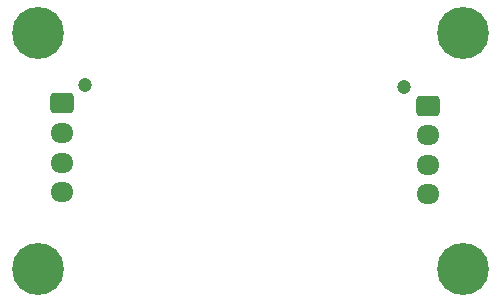
<source format=gbs>
%TF.GenerationSoftware,KiCad,Pcbnew,8.0.2*%
%TF.CreationDate,2024-12-26T16:21:06-05:00*%
%TF.ProjectId,Temp and Humidity Sensor,54656d70-2061-46e6-9420-48756d696469,rev?*%
%TF.SameCoordinates,Original*%
%TF.FileFunction,Soldermask,Bot*%
%TF.FilePolarity,Negative*%
%FSLAX46Y46*%
G04 Gerber Fmt 4.6, Leading zero omitted, Abs format (unit mm)*
G04 Created by KiCad (PCBNEW 8.0.2) date 2024-12-26 16:21:06*
%MOMM*%
%LPD*%
G01*
G04 APERTURE LIST*
G04 Aperture macros list*
%AMRoundRect*
0 Rectangle with rounded corners*
0 $1 Rounding radius*
0 $2 $3 $4 $5 $6 $7 $8 $9 X,Y pos of 4 corners*
0 Add a 4 corners polygon primitive as box body*
4,1,4,$2,$3,$4,$5,$6,$7,$8,$9,$2,$3,0*
0 Add four circle primitives for the rounded corners*
1,1,$1+$1,$2,$3*
1,1,$1+$1,$4,$5*
1,1,$1+$1,$6,$7*
1,1,$1+$1,$8,$9*
0 Add four rect primitives between the rounded corners*
20,1,$1+$1,$2,$3,$4,$5,0*
20,1,$1+$1,$4,$5,$6,$7,0*
20,1,$1+$1,$6,$7,$8,$9,0*
20,1,$1+$1,$8,$9,$2,$3,0*%
G04 Aperture macros list end*
%ADD10C,4.400000*%
%ADD11C,1.200000*%
%ADD12RoundRect,0.250000X-0.725000X0.600000X-0.725000X-0.600000X0.725000X-0.600000X0.725000X0.600000X0*%
%ADD13O,1.950000X1.700000*%
G04 APERTURE END LIST*
D10*
%TO.C,H1*%
X145000000Y-60000000D03*
%TD*%
%TO.C,H3*%
X109000000Y-40000000D03*
%TD*%
%TO.C,H4*%
X109000000Y-60000000D03*
%TD*%
D11*
%TO.C,J2*%
X140000000Y-44575000D03*
D12*
X142000000Y-46175000D03*
D13*
X142000000Y-48675000D03*
X142000000Y-51175000D03*
X142000000Y-53675000D03*
%TD*%
D10*
%TO.C,H2*%
X145000000Y-40000000D03*
%TD*%
D11*
%TO.C,J1*%
X113000000Y-44400000D03*
D12*
X111000000Y-46000000D03*
D13*
X111000000Y-48500000D03*
X111000000Y-51000000D03*
X111000000Y-53500000D03*
%TD*%
M02*

</source>
